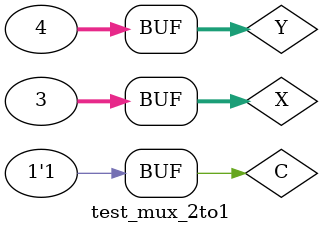
<source format=v>
`timescale 1ns / 1ps


module test_mux_2to1;

	// Inputs
	reg [31:0] X;
	reg [31:0] Y;
	reg C;

	// Outputs
	wire [31:0] R;

	// Instantiate the Unit Under Test (UUT)
	mux_2to1 uut (
		.X(X), 
		.Y(Y), 
		.C(C), 
		.R(R)
	);

	initial begin
		// Initialize Inputs
		X = 0;
		Y = 0;
		C = 0;

		// Wait 100 ns for global reset to finish
		X = 1; Y = 2; C = 0; #100;
      X = 3; Y = 4; C = 1; #100;
        
		// Add stimulus here

	end
      
endmodule


</source>
